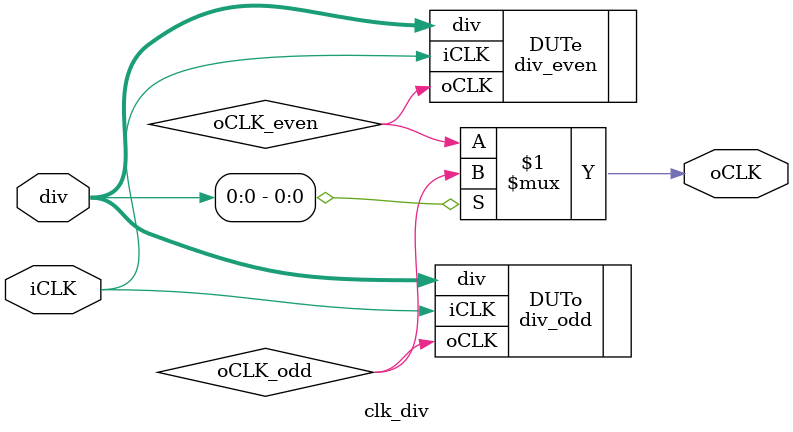
<source format=v>
`timescale 1ns / 1ps


module clk_div(iCLK,oCLK,div);
  input iCLK;
  output oCLK;
  parameter WIDE = 32;

input [WIDE-1:0] div ;

wire oCLK_odd,oCLK_even;

assign oCLK = div[0] ? oCLK_odd :oCLK_even ;

div_odd DUTo  (.iCLK(iCLK),.oCLK(oCLK_odd),	.div(div));
		
div_even DUTe (.iCLK(iCLK),.oCLK(oCLK_even),.div(div));
		
		
endmodule
</source>
